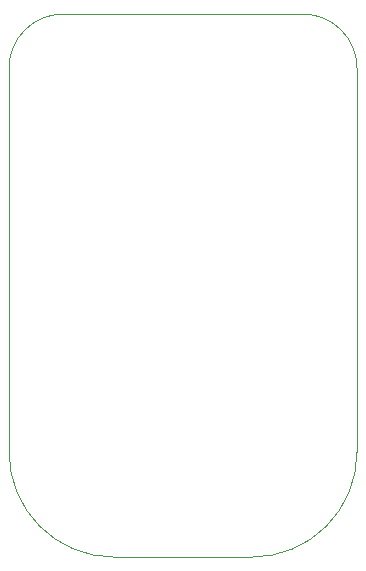
<source format=gbr>
%TF.GenerationSoftware,KiCad,Pcbnew,(5.1.10)-1*%
%TF.CreationDate,2021-09-08T15:10:06+01:00*%
%TF.ProjectId,Tiny-Pogo-AVR,54696e79-2d50-46f6-976f-2d4156522e6b,rev?*%
%TF.SameCoordinates,Original*%
%TF.FileFunction,Profile,NP*%
%FSLAX46Y46*%
G04 Gerber Fmt 4.6, Leading zero omitted, Abs format (unit mm)*
G04 Created by KiCad (PCBNEW (5.1.10)-1) date 2021-09-08 15:10:06*
%MOMM*%
%LPD*%
G01*
G04 APERTURE LIST*
%TA.AperFunction,Profile*%
%ADD10C,0.050000*%
%TD*%
G04 APERTURE END LIST*
D10*
X132588000Y-104902000D02*
X144272000Y-104902000D01*
X153162000Y-96012000D02*
G75*
G02*
X144272000Y-104902000I-8890000J0D01*
G01*
X132588000Y-104902000D02*
G75*
G02*
X123698000Y-96012000I0J8890000D01*
G01*
X153162000Y-63500000D02*
X153162000Y-96012000D01*
X123698000Y-63500000D02*
X123698000Y-96012000D01*
X148590000Y-58928000D02*
X128270000Y-58928000D01*
X123698000Y-63500000D02*
G75*
G02*
X128270000Y-58928000I4572000J0D01*
G01*
X148590000Y-58928000D02*
G75*
G02*
X153162000Y-63500000I0J-4572000D01*
G01*
M02*

</source>
